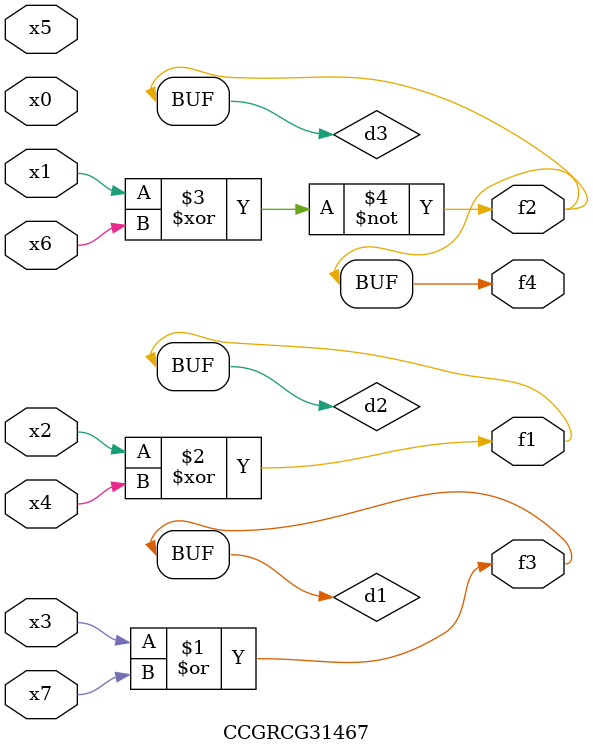
<source format=v>
module CCGRCG31467(
	input x0, x1, x2, x3, x4, x5, x6, x7,
	output f1, f2, f3, f4
);

	wire d1, d2, d3;

	or (d1, x3, x7);
	xor (d2, x2, x4);
	xnor (d3, x1, x6);
	assign f1 = d2;
	assign f2 = d3;
	assign f3 = d1;
	assign f4 = d3;
endmodule

</source>
